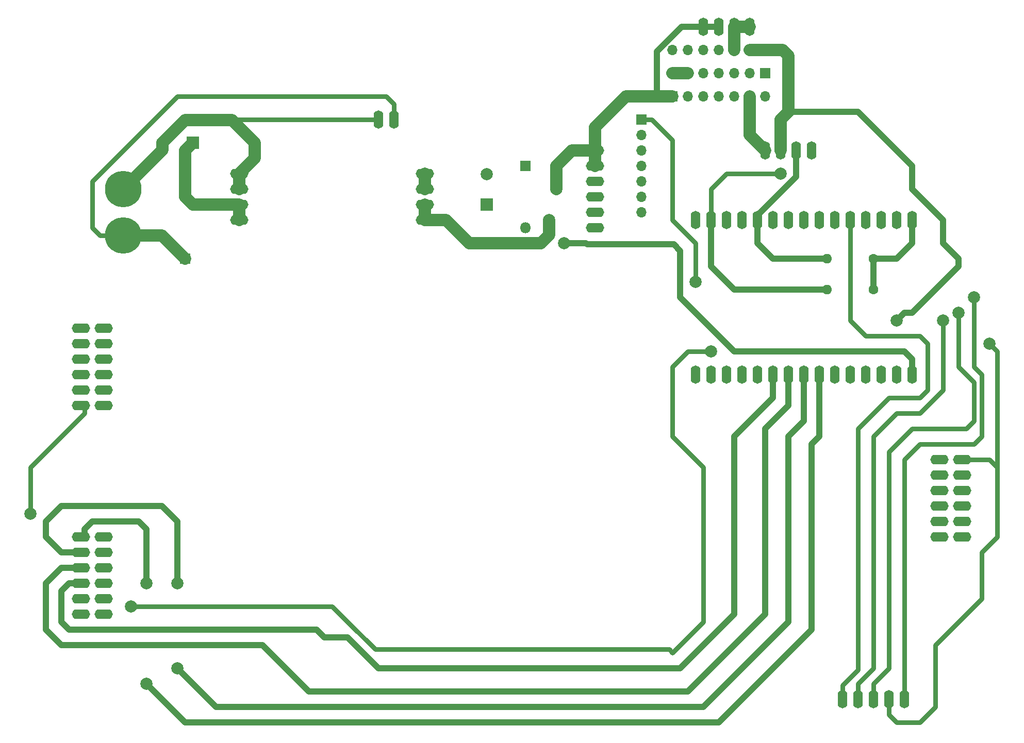
<source format=gbr>
G04 #@! TF.GenerationSoftware,KiCad,Pcbnew,5.1.4-e60b266~84~ubuntu18.04.1*
G04 #@! TF.CreationDate,2019-08-23T00:28:12+02:00*
G04 #@! TF.ProjectId,2020,32303230-2e6b-4696-9361-645f70636258,rev?*
G04 #@! TF.SameCoordinates,Original*
G04 #@! TF.FileFunction,Copper,L2,Bot*
G04 #@! TF.FilePolarity,Positive*
%FSLAX46Y46*%
G04 Gerber Fmt 4.6, Leading zero omitted, Abs format (unit mm)*
G04 Created by KiCad (PCBNEW 5.1.4-e60b266~84~ubuntu18.04.1) date 2019-08-23 00:28:12*
%MOMM*%
%LPD*%
G04 APERTURE LIST*
%ADD10O,1.600000X2.999999*%
%ADD11O,1.600000X3.000000*%
%ADD12O,1.700000X1.700000*%
%ADD13R,1.700000X1.700000*%
%ADD14O,3.000000X1.600000*%
%ADD15C,2.000000*%
%ADD16R,2.000000X2.000000*%
%ADD17O,1.800000X1.800000*%
%ADD18R,1.800000X1.800000*%
%ADD19C,2.010000*%
%ADD20O,1.600000X1.600000*%
%ADD21C,1.600000*%
%ADD22C,6.000000*%
%ADD23C,2.000000*%
%ADD24C,0.800000*%
%ADD25C,1.000000*%
G04 APERTURE END LIST*
D10*
X160020000Y-129540000D03*
X157480000Y-129540000D03*
D11*
X154940000Y-129540000D03*
D10*
X152400000Y-129540000D03*
X149860000Y-129540000D03*
D12*
X137160000Y-30480000D03*
X134620000Y-30480000D03*
X132080000Y-30480000D03*
X129540000Y-30480000D03*
X127000000Y-30480000D03*
X124460000Y-30480000D03*
D13*
X121920000Y-30480000D03*
D14*
X24800000Y-107950000D03*
X28540000Y-107950000D03*
X24800000Y-110490000D03*
X28540000Y-110490000D03*
X24800000Y-113030000D03*
X28540000Y-113030000D03*
X24800000Y-115570000D03*
X28540000Y-115570000D03*
X24800000Y-102870000D03*
X28540000Y-102870000D03*
X24800000Y-105410000D03*
X28540000Y-105410000D03*
D15*
X38180000Y-38100000D03*
D16*
X43180000Y-38100000D03*
D15*
X91440000Y-43260000D03*
D16*
X91440000Y-48260000D03*
D17*
X41910000Y-46990000D03*
D18*
X41910000Y-57150000D03*
D17*
X97790000Y-52070000D03*
D18*
X97790000Y-41910000D03*
D19*
X102870000Y-45720000D03*
X101670000Y-50820000D03*
D20*
X147320000Y-62230000D03*
D21*
X154940000Y-62230000D03*
D20*
X147320000Y-57150000D03*
D21*
X154940000Y-57150000D03*
D14*
X81280000Y-50800000D03*
X81280000Y-48260000D03*
X81280000Y-45720000D03*
X81280000Y-43180000D03*
X50800000Y-50800000D03*
X50800000Y-48260000D03*
X50800000Y-45720000D03*
X50800000Y-43180000D03*
D12*
X116840000Y-49530000D03*
X116840000Y-46990000D03*
X116840000Y-44450000D03*
X116840000Y-41910000D03*
X116840000Y-39370000D03*
X116840000Y-36830000D03*
D13*
X116840000Y-34290000D03*
D22*
X31750000Y-53340000D03*
X31750000Y-45720000D03*
D11*
X125730000Y-50800000D03*
X128270000Y-50800000D03*
X130810000Y-50800000D03*
X133350000Y-50800000D03*
X135890000Y-50800000D03*
X138430000Y-50800000D03*
X140970000Y-50800000D03*
X143510000Y-50800000D03*
X146050000Y-50800000D03*
X148590000Y-50800000D03*
X151130000Y-50800000D03*
X153670000Y-50800000D03*
X156210000Y-50800000D03*
X161290000Y-50800000D03*
X158750000Y-50800000D03*
X125730000Y-76200000D03*
X130810000Y-76200000D03*
X128270000Y-76200000D03*
X133350000Y-76200000D03*
X135890000Y-76200000D03*
X138430000Y-76200000D03*
X140970000Y-76200000D03*
X143510000Y-76200000D03*
X146050000Y-76200000D03*
X148590000Y-76200000D03*
X151130000Y-76200000D03*
X153670000Y-76200000D03*
X156210000Y-76200000D03*
X158750000Y-76200000D03*
X161290000Y-76200000D03*
X137160000Y-39370000D03*
X144780000Y-39370000D03*
X142240000Y-39370000D03*
X139700000Y-39370000D03*
D12*
X121920000Y-22860000D03*
X124460000Y-22860000D03*
X127000000Y-22860000D03*
X129540000Y-22860000D03*
X132080000Y-22860000D03*
X134620000Y-22860000D03*
D13*
X137160000Y-22860000D03*
D12*
X121920000Y-26670000D03*
X124460000Y-26670000D03*
X127000000Y-26670000D03*
X129540000Y-26670000D03*
X132080000Y-26670000D03*
X134620000Y-26670000D03*
D13*
X137160000Y-26670000D03*
D11*
X73660000Y-34290000D03*
X76200000Y-34290000D03*
D14*
X24800000Y-73660000D03*
X28540000Y-73660000D03*
X24800000Y-76200000D03*
X28540000Y-76200000D03*
X24800000Y-78740000D03*
X28540000Y-78740000D03*
X24800000Y-81280000D03*
X28540000Y-81280000D03*
X24800000Y-68580000D03*
X28540000Y-68580000D03*
X24800000Y-71120000D03*
X28540000Y-71120000D03*
X169510000Y-97790000D03*
X165770000Y-97790000D03*
X169510000Y-95250000D03*
X165770000Y-95250000D03*
X169510000Y-92710000D03*
X165770000Y-92710000D03*
X169510000Y-90170000D03*
X165770000Y-90170000D03*
X169510000Y-102870000D03*
X165770000Y-102870000D03*
X169510000Y-100330000D03*
X165770000Y-100330000D03*
D11*
X127000000Y-19050000D03*
X129540000Y-19050000D03*
X132080000Y-19050000D03*
X134620000Y-19050000D03*
D14*
X109220000Y-52070000D03*
X109220000Y-49530000D03*
X109220000Y-46990000D03*
X109220000Y-44450000D03*
X109220000Y-41910000D03*
X109220000Y-39370000D03*
D15*
X158750000Y-67310000D03*
X104140000Y-54610000D03*
X16510000Y-99060000D03*
X173990000Y-71120000D03*
X128270000Y-72390000D03*
X33020000Y-114300000D03*
X139700000Y-43180000D03*
X35560000Y-110490000D03*
X35560000Y-127000000D03*
X40640000Y-110490000D03*
X40640000Y-124460000D03*
X125730000Y-60960000D03*
X166370000Y-67310000D03*
X168910000Y-66040000D03*
X171450000Y-63500000D03*
D23*
X41910000Y-39370000D02*
X43180000Y-38100000D01*
X41910000Y-46990000D02*
X41910000Y-39370000D01*
X50800000Y-50800000D02*
X50800000Y-48260000D01*
X43180000Y-48260000D02*
X41910000Y-46990000D01*
X50800000Y-48260000D02*
X43180000Y-48260000D01*
X38180000Y-39290000D02*
X31750000Y-45720000D01*
X38180000Y-38100000D02*
X38180000Y-39290000D01*
X53340000Y-40640000D02*
X50800000Y-43180000D01*
X49610000Y-34370000D02*
X53340000Y-38100000D01*
X53340000Y-38100000D02*
X53340000Y-40640000D01*
X38180000Y-38100000D02*
X41910000Y-34370000D01*
X41910000Y-34370000D02*
X49610000Y-34370000D01*
D24*
X49690000Y-34290000D02*
X49610000Y-34370000D01*
X73660000Y-34290000D02*
X49690000Y-34290000D01*
D23*
X50800000Y-43180000D02*
X50800000Y-45720000D01*
X81280000Y-45720000D02*
X81280000Y-43180000D01*
X139700000Y-39370000D02*
X139700000Y-34290000D01*
X139700000Y-34290000D02*
X140970000Y-33020000D01*
X140010000Y-22860000D02*
X137160000Y-22860000D01*
X140970000Y-23820000D02*
X140010000Y-22860000D01*
X140970000Y-33020000D02*
X140970000Y-23820000D01*
X137160000Y-22860000D02*
X134620000Y-22860000D01*
X132080000Y-19050000D02*
X134620000Y-19050000D01*
X132080000Y-19050000D02*
X132080000Y-22860000D01*
D25*
X140970000Y-33020000D02*
X152400000Y-33020000D01*
X152400000Y-33020000D02*
X161290000Y-41910000D01*
X161290000Y-41910000D02*
X161290000Y-45720000D01*
X161290000Y-45720000D02*
X166370000Y-50800000D01*
X166370000Y-50800000D02*
X166370000Y-54610000D01*
X166370000Y-54610000D02*
X168910000Y-57150000D01*
X168910000Y-57150000D02*
X168910000Y-58420000D01*
X168910000Y-58420000D02*
X161290000Y-66040000D01*
X161290000Y-66040000D02*
X160020000Y-66040000D01*
X160020000Y-66040000D02*
X158750000Y-67310000D01*
X158750000Y-67310000D02*
X158750000Y-67310000D01*
X161290000Y-76200000D02*
X161290000Y-73660000D01*
X161290000Y-73660000D02*
X160020000Y-72390000D01*
X160020000Y-72390000D02*
X142240000Y-72390000D01*
X142240000Y-72390000D02*
X132080000Y-72390000D01*
X132080000Y-72390000D02*
X123190000Y-63500000D01*
X123190000Y-63500000D02*
X123190000Y-55880000D01*
X123190000Y-55880000D02*
X122150010Y-54840010D01*
X107898676Y-54840010D02*
X107668666Y-54610000D01*
X122150010Y-54840010D02*
X107898676Y-54840010D01*
X107668666Y-54610000D02*
X104140000Y-54610000D01*
X104140000Y-54610000D02*
X104140000Y-54610000D01*
D23*
X38100000Y-53340000D02*
X41910000Y-57150000D01*
X31750000Y-53340000D02*
X38100000Y-53340000D01*
D24*
X27940000Y-53340000D02*
X31750000Y-53340000D01*
X76200000Y-31750000D02*
X74930000Y-30480000D01*
X76200000Y-34290000D02*
X76200000Y-31750000D01*
X74930000Y-30480000D02*
X40640000Y-30480000D01*
X40640000Y-30480000D02*
X26670000Y-44450000D01*
X26670000Y-44450000D02*
X26670000Y-52070000D01*
X26670000Y-52070000D02*
X27940000Y-53340000D01*
D23*
X134620000Y-36830000D02*
X137160000Y-39370000D01*
X134620000Y-30480000D02*
X134620000Y-36830000D01*
D25*
X123435998Y-19050000D02*
X125200000Y-19050000D01*
X119380000Y-23105998D02*
X123435998Y-19050000D01*
X125200000Y-19050000D02*
X127000000Y-19050000D01*
X119380000Y-30480000D02*
X119380000Y-23105998D01*
D23*
X119380000Y-30480000D02*
X121920000Y-30480000D01*
D25*
X127000000Y-19050000D02*
X129540000Y-19050000D01*
D23*
X109220000Y-41910000D02*
X109220000Y-39370000D01*
X109220000Y-35560000D02*
X109220000Y-39370000D01*
X119380000Y-30480000D02*
X114300000Y-30480000D01*
X114300000Y-30480000D02*
X109220000Y-35560000D01*
X102870000Y-41910000D02*
X102870000Y-45720000D01*
X109220000Y-39370000D02*
X105410000Y-39370000D01*
X105410000Y-39370000D02*
X102870000Y-41910000D01*
X81280000Y-48260000D02*
X81280000Y-50800000D01*
X101670000Y-53270000D02*
X101670000Y-50820000D01*
X88590000Y-54610000D02*
X100330000Y-54610000D01*
X81280000Y-50800000D02*
X84780000Y-50800000D01*
X100330000Y-54610000D02*
X101670000Y-53270000D01*
X84780000Y-50800000D02*
X88590000Y-54610000D01*
D25*
X161290000Y-50800000D02*
X161290000Y-54610000D01*
X161290000Y-54610000D02*
X158750000Y-57150000D01*
X158750000Y-57150000D02*
X154940000Y-57150000D01*
X154940000Y-57150000D02*
X154940000Y-62230000D01*
D24*
X16510000Y-99060000D02*
X16510000Y-91440000D01*
X25400000Y-82550000D02*
X25400000Y-81280000D01*
X16510000Y-91440000D02*
X25400000Y-82550000D01*
X173990000Y-90170000D02*
X168910000Y-90170000D01*
X175260000Y-91440000D02*
X173990000Y-90170000D01*
X172720000Y-105410000D02*
X175260000Y-102870000D01*
X175260000Y-102870000D02*
X175260000Y-91440000D01*
X172720000Y-113030000D02*
X172720000Y-105410000D01*
X157480000Y-132080000D02*
X158750000Y-133350000D01*
X157480000Y-129540000D02*
X157480000Y-132080000D01*
X158750000Y-133350000D02*
X162560000Y-133350000D01*
X165100000Y-120650000D02*
X172720000Y-113030000D01*
X162560000Y-133350000D02*
X165100000Y-130810000D01*
X165100000Y-130810000D02*
X165100000Y-120650000D01*
D23*
X124460000Y-26670000D02*
X121920000Y-26670000D01*
D24*
X175260000Y-91440000D02*
X175260000Y-74930000D01*
X175260000Y-74930000D02*
X175260000Y-72390000D01*
X175260000Y-72390000D02*
X173990000Y-71120000D01*
X173990000Y-71120000D02*
X173990000Y-71120000D01*
X128270000Y-72390000D02*
X124460000Y-72390000D01*
X124460000Y-72390000D02*
X123190000Y-73660000D01*
X123190000Y-73660000D02*
X121920000Y-74930000D01*
X121920000Y-74930000D02*
X121920000Y-86360000D01*
X121920000Y-86360000D02*
X127000000Y-91440000D01*
X127000000Y-91440000D02*
X127000000Y-116840000D01*
X127000000Y-116840000D02*
X121920000Y-121920000D01*
X121375010Y-121375010D02*
X73115010Y-121375010D01*
X121920000Y-121920000D02*
X121375010Y-121375010D01*
X73115010Y-121375010D02*
X68580000Y-116840000D01*
X68580000Y-116840000D02*
X66040000Y-114300000D01*
X66040000Y-114300000D02*
X33020000Y-114300000D01*
X33020000Y-114300000D02*
X33020000Y-114300000D01*
D25*
X147320000Y-62230000D02*
X132080000Y-62230000D01*
X128270000Y-58420000D02*
X128270000Y-50800000D01*
X132080000Y-62230000D02*
X128270000Y-58420000D01*
D24*
X139700000Y-43180000D02*
X130810000Y-43180000D01*
X130810000Y-43180000D02*
X128270000Y-45720000D01*
X128270000Y-45720000D02*
X128270000Y-50800000D01*
D25*
X135890000Y-50100000D02*
X135890000Y-50800000D01*
X142240000Y-43750000D02*
X135890000Y-50100000D01*
X142240000Y-39370000D02*
X142240000Y-43750000D01*
X147320000Y-57150000D02*
X138430000Y-57150000D01*
X135890000Y-54610000D02*
X135890000Y-50800000D01*
X138430000Y-57150000D02*
X135890000Y-54610000D01*
X140970000Y-81280000D02*
X140970000Y-76200000D01*
X137160000Y-85090000D02*
X140970000Y-81280000D01*
X124460000Y-128270000D02*
X137160000Y-115570000D01*
X62230000Y-128270000D02*
X124460000Y-128270000D01*
X21590000Y-107950000D02*
X19050000Y-110490000D01*
X137160000Y-115570000D02*
X137160000Y-85090000D01*
X25400000Y-107950000D02*
X21590000Y-107950000D01*
X19050000Y-118110000D02*
X21590000Y-120650000D01*
X19050000Y-110490000D02*
X19050000Y-118110000D01*
X21590000Y-120650000D02*
X54610000Y-120650000D01*
X54610000Y-120650000D02*
X62230000Y-128270000D01*
X22860000Y-110490000D02*
X25400000Y-110490000D01*
X21590000Y-111760000D02*
X22860000Y-110490000D01*
X64770000Y-119380000D02*
X63500000Y-118110000D01*
X63500000Y-118110000D02*
X22860000Y-118110000D01*
X68580000Y-119380000D02*
X64770000Y-119380000D01*
X132080000Y-86360000D02*
X132080000Y-115570000D01*
X138430000Y-76200000D02*
X138430000Y-80010000D01*
X132080000Y-115570000D02*
X123190000Y-124460000D01*
X123190000Y-124460000D02*
X73660000Y-124460000D01*
X21590000Y-116840000D02*
X21590000Y-111760000D01*
X22860000Y-118110000D02*
X21590000Y-116840000D01*
X138430000Y-80010000D02*
X132080000Y-86360000D01*
X73660000Y-124460000D02*
X68580000Y-119380000D01*
X25400000Y-102870000D02*
X25400000Y-101600000D01*
X25400000Y-101600000D02*
X26670000Y-100330000D01*
X26670000Y-100330000D02*
X34290000Y-100330000D01*
X34290000Y-100330000D02*
X35560000Y-101600000D01*
X35560000Y-101600000D02*
X35560000Y-110490000D01*
X35560000Y-110490000D02*
X35560000Y-110490000D01*
X35560000Y-127000000D02*
X41910000Y-133350000D01*
X41910000Y-133350000D02*
X129540000Y-133350000D01*
X129540000Y-133350000D02*
X144780000Y-118110000D01*
X144780000Y-118110000D02*
X144780000Y-87630000D01*
X144780000Y-87630000D02*
X146050000Y-86360000D01*
X146050000Y-86360000D02*
X146050000Y-76200000D01*
X25400000Y-105410000D02*
X21590000Y-105410000D01*
X21590000Y-105410000D02*
X19050000Y-102870000D01*
X19050000Y-102870000D02*
X19050000Y-100330000D01*
X19050000Y-100330000D02*
X21590000Y-97790000D01*
X21590000Y-97790000D02*
X38100000Y-97790000D01*
X38100000Y-97790000D02*
X40640000Y-100330000D01*
X40640000Y-100330000D02*
X40640000Y-110490000D01*
X40640000Y-110490000D02*
X40640000Y-110490000D01*
X143510000Y-83820000D02*
X143510000Y-76200000D01*
X140970000Y-86360000D02*
X143510000Y-83820000D01*
X140970000Y-116840000D02*
X140970000Y-86360000D01*
X127000000Y-130810000D02*
X140970000Y-116840000D01*
X40640000Y-124460000D02*
X46990000Y-130810000D01*
X46990000Y-130810000D02*
X127000000Y-130810000D01*
D24*
X118490000Y-34290000D02*
X121920000Y-37720000D01*
X116840000Y-34290000D02*
X118490000Y-34290000D01*
X121920000Y-37720000D02*
X121920000Y-50800000D01*
X121920000Y-50800000D02*
X125730000Y-54610000D01*
X125730000Y-54610000D02*
X125730000Y-57435648D01*
X125730000Y-57435648D02*
X125730000Y-60960000D01*
X125730000Y-60960000D02*
X125730000Y-60960000D01*
X149860000Y-127240001D02*
X149860000Y-129540000D01*
X152400000Y-85090000D02*
X152400000Y-124700001D01*
X157480000Y-80010000D02*
X152400000Y-85090000D01*
X151130000Y-67310000D02*
X153670000Y-69850000D01*
X163830000Y-71120000D02*
X163830000Y-78740000D01*
X151130000Y-50800000D02*
X151130000Y-67310000D01*
X152400000Y-124700001D02*
X149860000Y-127240001D01*
X153670000Y-69850000D02*
X162560000Y-69850000D01*
X162560000Y-69850000D02*
X163830000Y-71120000D01*
X162560000Y-80010000D02*
X157480000Y-80010000D01*
X163830000Y-78740000D02*
X162560000Y-80010000D01*
X152400000Y-129540000D02*
X152400000Y-127000000D01*
X152400000Y-127000000D02*
X154940000Y-124460000D01*
X154940000Y-124460000D02*
X154940000Y-87630000D01*
X154940000Y-87630000D02*
X154940000Y-86360000D01*
X154940000Y-86360000D02*
X158750000Y-82550000D01*
X158750000Y-82550000D02*
X162560000Y-82550000D01*
X162560000Y-82550000D02*
X166370000Y-78740000D01*
X166370000Y-78740000D02*
X166370000Y-67310000D01*
X166370000Y-67310000D02*
X166370000Y-67310000D01*
X168910000Y-66040000D02*
X168910000Y-66040000D01*
X168910000Y-73660000D02*
X168910000Y-66040000D01*
X168910000Y-74930000D02*
X168910000Y-73660000D01*
X171450000Y-77470000D02*
X168910000Y-74930000D01*
X171450000Y-83820000D02*
X171450000Y-77470000D01*
X154940000Y-127000000D02*
X157480000Y-124460000D01*
X154940000Y-129540000D02*
X154940000Y-127000000D01*
X157480000Y-124460000D02*
X157480000Y-88900000D01*
X157480000Y-88900000D02*
X161290000Y-85090000D01*
X161290000Y-85090000D02*
X170180000Y-85090000D01*
X170180000Y-85090000D02*
X171450000Y-83820000D01*
X171450000Y-63500000D02*
X171450000Y-63500000D01*
X160020000Y-90170000D02*
X160020000Y-125730000D01*
X171450000Y-74930000D02*
X172720000Y-76200000D01*
X171450000Y-63500000D02*
X171450000Y-74930000D01*
X160020000Y-125730000D02*
X160020000Y-129540000D01*
X172720000Y-86360000D02*
X171450000Y-87630000D01*
X172720000Y-76200000D02*
X172720000Y-86360000D01*
X171450000Y-87630000D02*
X162560000Y-87630000D01*
X162560000Y-87630000D02*
X160020000Y-90170000D01*
M02*

</source>
